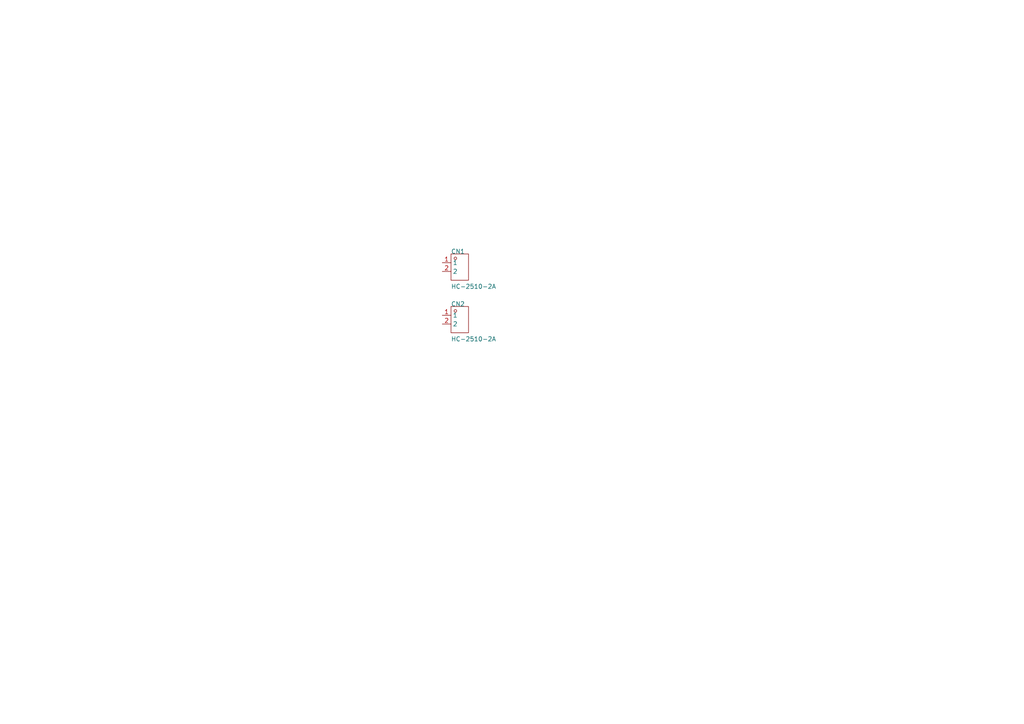
<source format=kicad_sch>
(kicad_sch
	(version 20231120)
	(generator "eeschema")
	(generator_version "8.0")
	(uuid "3a8ca538-7c67-4086-89f8-b6c82646dfca")
	(paper "A4")
	(lib_symbols
		(symbol "Robot druh-easyedapro:HC-2510-2A"
			(exclude_from_sim no)
			(in_bom yes)
			(on_board yes)
			(property "Reference" "CN"
				(at 0 0 0)
				(effects
					(font
						(size 1.27 1.27)
					)
				)
			)
			(property "Value" ""
				(at 0 0 0)
				(effects
					(font
						(size 1.27 1.27)
					)
				)
			)
			(property "Footprint" "Robot druh-easyedapro:CONN-TH_2P-P2.54_HCTL_HC-2510-2A"
				(at 0 0 0)
				(effects
					(font
						(size 1.27 1.27)
					)
					(hide yes)
				)
			)
			(property "Datasheet" "https://atta.szlcsc.com/upload/public/pdf/source/20220311/83CB9A6B67C6DEDDA2AF08A1DCFC516E.pdf"
				(at 0 0 0)
				(effects
					(font
						(size 1.27 1.27)
					)
					(hide yes)
				)
			)
			(property "Description" "Pins Structure:1x2P Pitch:2.54mm Mounting Style:Straight Reference Series:- Number of Pins:2P Number of Rows:1 Number of PINs Per Row:2 Row Spacing:- Current Rating (Max):4A Contact Material:Brass Contact Plating:Tin Operating Temperature Range:-25°C~+85°C"
				(at 0 0 0)
				(effects
					(font
						(size 1.27 1.27)
					)
					(hide yes)
				)
			)
			(property "Manufacturer Part" "HC-2510-2A"
				(at 0 0 0)
				(effects
					(font
						(size 1.27 1.27)
					)
					(hide yes)
				)
			)
			(property "Manufacturer" "HCTL(华灿天禄)"
				(at 0 0 0)
				(effects
					(font
						(size 1.27 1.27)
					)
					(hide yes)
				)
			)
			(property "Supplier Part" "C2982031"
				(at 0 0 0)
				(effects
					(font
						(size 1.27 1.27)
					)
					(hide yes)
				)
			)
			(property "Supplier" "LCSC"
				(at 0 0 0)
				(effects
					(font
						(size 1.27 1.27)
					)
					(hide yes)
				)
			)
			(property "LCSC Part Name" "1x2P 间距:2.54mm 直插"
				(at 0 0 0)
				(effects
					(font
						(size 1.27 1.27)
					)
					(hide yes)
				)
			)
			(symbol "HC-2510-2A_1_0"
				(rectangle
					(start -2.54 -3.81)
					(end 2.54 3.81)
					(stroke
						(width 0)
						(type default)
					)
					(fill
						(type none)
					)
				)
				(circle
					(center -1.27 2.54)
					(radius 0.381)
					(stroke
						(width 0)
						(type default)
					)
					(fill
						(type none)
					)
				)
				(pin unspecified line
					(at -5.08 1.27 0)
					(length 2.54)
					(name "1"
						(effects
							(font
								(size 1.27 1.27)
							)
						)
					)
					(number "1"
						(effects
							(font
								(size 1.27 1.27)
							)
						)
					)
				)
				(pin unspecified line
					(at -5.08 -1.27 0)
					(length 2.54)
					(name "2"
						(effects
							(font
								(size 1.27 1.27)
							)
						)
					)
					(number "2"
						(effects
							(font
								(size 1.27 1.27)
							)
						)
					)
				)
			)
		)
	)
	(symbol
		(lib_id "Robot druh-easyedapro:HC-2510-2A")
		(at 133.35 77.47 0)
		(unit 1)
		(exclude_from_sim no)
		(in_bom yes)
		(on_board yes)
		(dnp no)
		(uuid "96ae675e-5811-4e71-9d4c-d891fe90561e")
		(property "Reference" "CN1"
			(at 130.81 73.66 0)
			(effects
				(font
					(size 1.27 1.27)
				)
				(justify left bottom)
			)
		)
		(property "Value" "HC-2510-2A"
			(at 130.81 83.82 0)
			(effects
				(font
					(size 1.27 1.27)
				)
				(justify left bottom)
			)
		)
		(property "Footprint" "easyEDA_footprints:CONN-TH_2P-P2.54_HCTL_HC-2510-2A"
			(at 133.35 77.47 0)
			(effects
				(font
					(size 1.27 1.27)
				)
				(hide yes)
			)
		)
		(property "Datasheet" "https://atta.szlcsc.com/upload/public/pdf/source/20220311/83CB9A6B67C6DEDDA2AF08A1DCFC516E.pdf"
			(at 133.35 77.47 0)
			(effects
				(font
					(size 1.27 1.27)
				)
				(hide yes)
			)
		)
		(property "Description" "Pins Structure:1x2P Pitch:2.54mm Mounting Style:Straight Reference Series:- Number of Pins:2P Number of Rows:1 Number of PINs Per Row:2 Row Spacing:- Current Rating (Max):4A Contact Material:Brass Contact Plating:Tin Operating Temperature Range:-25°C~+85°C"
			(at 133.35 77.47 0)
			(effects
				(font
					(size 1.27 1.27)
				)
				(hide yes)
			)
		)
		(property "Manufacturer Part" "HC-2510-2A"
			(at 133.35 77.47 0)
			(effects
				(font
					(size 1.27 1.27)
				)
				(hide yes)
			)
		)
		(property "Manufacturer" "HCTL(华灿天禄)"
			(at 133.35 77.47 0)
			(effects
				(font
					(size 1.27 1.27)
				)
				(hide yes)
			)
		)
		(property "Supplier Part" "C2982031"
			(at 133.35 77.47 0)
			(effects
				(font
					(size 1.27 1.27)
				)
				(hide yes)
			)
		)
		(property "Supplier" "LCSC"
			(at 133.35 77.47 0)
			(effects
				(font
					(size 1.27 1.27)
				)
				(hide yes)
			)
		)
		(property "LCSC Part Name" "1x2P 间距:2.54mm 直插"
			(at 133.35 77.47 0)
			(effects
				(font
					(size 1.27 1.27)
				)
				(hide yes)
			)
		)
		(pin "1"
			(uuid "1594b9fe-18b9-44de-a982-1f4e6c34c2e6")
		)
		(pin "2"
			(uuid "f3344f47-2b39-4d2f-bb94-fd8e02f6e8b0")
		)
		(instances
			(project "LineFollower_V2"
				(path "/76a20473-53d0-433c-9f05-17cd0a98178a/0069e570-555f-4d69-a82e-b37781b288d4"
					(reference "CN1")
					(unit 1)
				)
			)
		)
	)
	(symbol
		(lib_id "Robot druh-easyedapro:HC-2510-2A")
		(at 133.35 92.71 0)
		(unit 1)
		(exclude_from_sim no)
		(in_bom yes)
		(on_board yes)
		(dnp no)
		(uuid "b825dfb8-dea9-4a08-b739-a70d78319e37")
		(property "Reference" "CN2"
			(at 130.81 88.9 0)
			(effects
				(font
					(size 1.27 1.27)
				)
				(justify left bottom)
			)
		)
		(property "Value" "HC-2510-2A"
			(at 130.81 99.06 0)
			(effects
				(font
					(size 1.27 1.27)
				)
				(justify left bottom)
			)
		)
		(property "Footprint" "easyEDA_footprints:CONN-TH_2P-P2.54_HCTL_HC-2510-2A"
			(at 133.35 92.71 0)
			(effects
				(font
					(size 1.27 1.27)
				)
				(hide yes)
			)
		)
		(property "Datasheet" "https://atta.szlcsc.com/upload/public/pdf/source/20220311/83CB9A6B67C6DEDDA2AF08A1DCFC516E.pdf"
			(at 133.35 92.71 0)
			(effects
				(font
					(size 1.27 1.27)
				)
				(hide yes)
			)
		)
		(property "Description" "Pins Structure:1x2P Pitch:2.54mm Mounting Style:Straight Reference Series:- Number of Pins:2P Number of Rows:1 Number of PINs Per Row:2 Row Spacing:- Current Rating (Max):4A Contact Material:Brass Contact Plating:Tin Operating Temperature Range:-25°C~+85°C"
			(at 133.35 92.71 0)
			(effects
				(font
					(size 1.27 1.27)
				)
				(hide yes)
			)
		)
		(property "Manufacturer Part" "HC-2510-2A"
			(at 133.35 92.71 0)
			(effects
				(font
					(size 1.27 1.27)
				)
				(hide yes)
			)
		)
		(property "Manufacturer" "HCTL(华灿天禄)"
			(at 133.35 92.71 0)
			(effects
				(font
					(size 1.27 1.27)
				)
				(hide yes)
			)
		)
		(property "Supplier Part" "C2982031"
			(at 133.35 92.71 0)
			(effects
				(font
					(size 1.27 1.27)
				)
				(hide yes)
			)
		)
		(property "Supplier" "LCSC"
			(at 133.35 92.71 0)
			(effects
				(font
					(size 1.27 1.27)
				)
				(hide yes)
			)
		)
		(property "LCSC Part Name" "1x2P 间距:2.54mm 直插"
			(at 133.35 92.71 0)
			(effects
				(font
					(size 1.27 1.27)
				)
				(hide yes)
			)
		)
		(pin "1"
			(uuid "2627ae4e-d40c-406a-9324-a3244e3275e4")
		)
		(pin "2"
			(uuid "1a1e7738-577f-4918-8026-b09b2b1fc283")
		)
		(instances
			(project "LineFollower_V2"
				(path "/76a20473-53d0-433c-9f05-17cd0a98178a/0069e570-555f-4d69-a82e-b37781b288d4"
					(reference "CN2")
					(unit 1)
				)
			)
		)
	)
)

</source>
